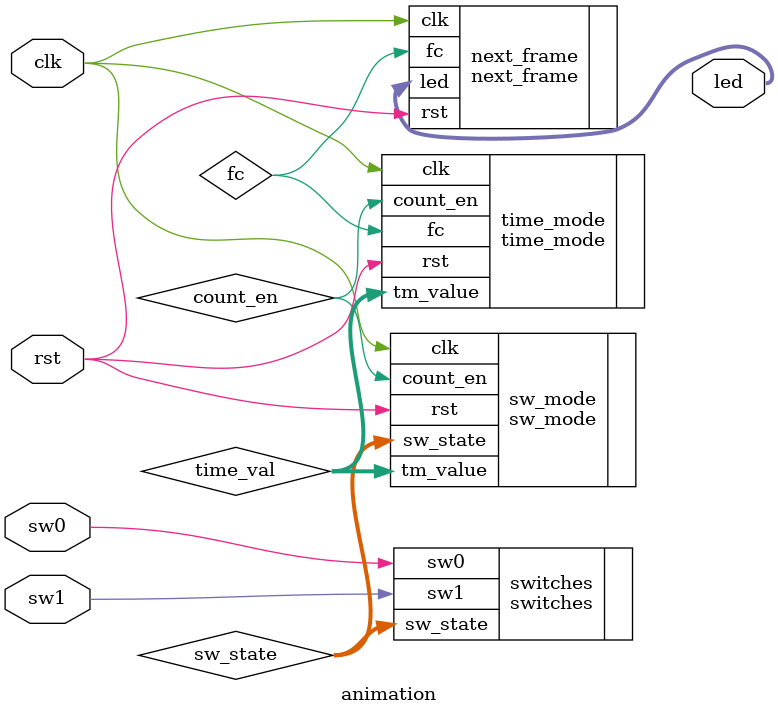
<source format=v>
module animation( 
    input           clk,
    input           rst,
    input           sw0,
    input           sw1,

    output [15:0]   led
);

    wire [26:0] time_val;
    wire fc;
    wire [1:0]sw_state;
    wire count_en;

    switches switches(
        .sw0(sw0),
        .sw1(sw1),

        .sw_state(sw_state)
    );

    sw_mode sw_mode( 
        .clk(clk),
        .rst(rst),
        .sw_state(sw_state),

        .tm_value(time_val),
        .count_en(count_en)
    );

    time_mode time_mode(
        .clk(clk),
        .rst(rst),
        .tm_value(time_val),
        .count_en(count_en),

        .fc(fc)
    );
	 
    next_frame next_frame(
        .clk(clk),
        .rst(rst),
        .fc(fc),         

        .led(led)
    );

endmodule
</source>
